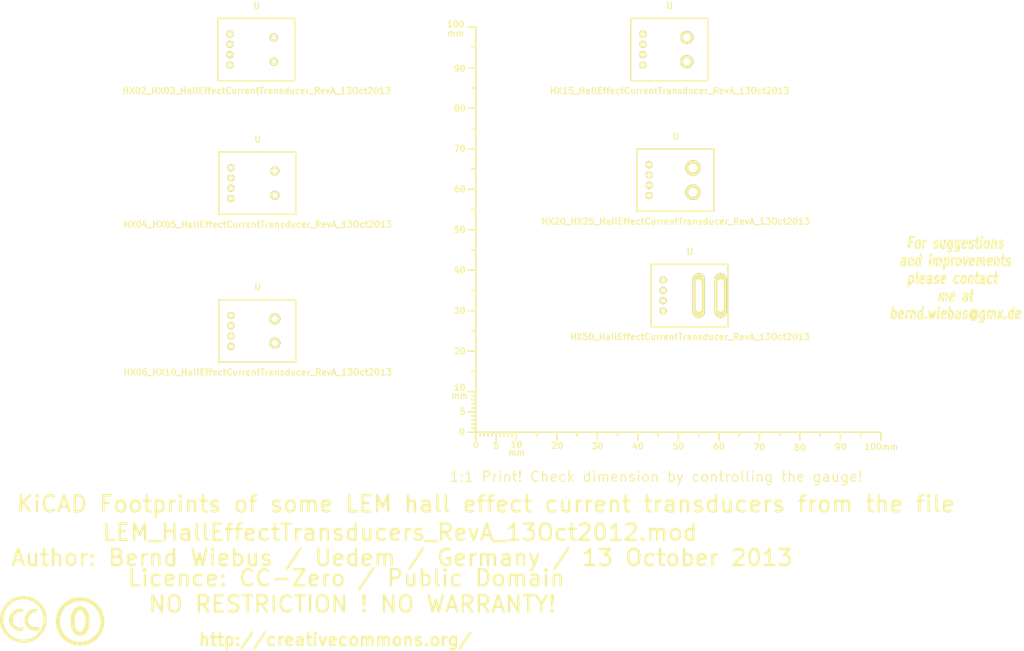
<source format=kicad_pcb>
(kicad_pcb (version 3) (host pcbnew "(2013-03-30 BZR 4007)-stable")

  (general
    (links 0)
    (no_connects 0)
    (area -16.90696 40.805099 267.77378 197.1694)
    (thickness 1.6002)
    (drawings 7)
    (tracks 0)
    (zones 0)
    (modules 9)
    (nets 1)
  )

  (page A4)
  (layers
    (15 Vorderseite signal)
    (0 Rückseite signal)
    (16 B.Adhes user)
    (17 F.Adhes user)
    (18 B.Paste user)
    (19 F.Paste user)
    (20 B.SilkS user)
    (21 F.SilkS user)
    (22 B.Mask user)
    (23 F.Mask user)
    (24 Dwgs.User user)
    (25 Cmts.User user)
    (26 Eco1.User user)
    (27 Eco2.User user)
    (28 Edge.Cuts user)
  )

  (setup
    (last_trace_width 0.2032)
    (trace_clearance 0.254)
    (zone_clearance 0.508)
    (zone_45_only no)
    (trace_min 0.2032)
    (segment_width 0.381)
    (edge_width 0.381)
    (via_size 0.889)
    (via_drill 0.635)
    (via_min_size 0.889)
    (via_min_drill 0.508)
    (uvia_size 0.508)
    (uvia_drill 0.127)
    (uvias_allowed no)
    (uvia_min_size 0.508)
    (uvia_min_drill 0.127)
    (pcb_text_width 0.3048)
    (pcb_text_size 1.524 2.032)
    (mod_edge_width 0.381)
    (mod_text_size 1.524 1.524)
    (mod_text_width 0.3048)
    (pad_size 3 11)
    (pad_drill 1.5)
    (pad_to_mask_clearance 0.254)
    (aux_axis_origin 0 0)
    (visible_elements 7FFFFFFF)
    (pcbplotparams
      (layerselection 3178497)
      (usegerberextensions true)
      (excludeedgelayer true)
      (linewidth 60)
      (plotframeref false)
      (viasonmask false)
      (mode 1)
      (useauxorigin false)
      (hpglpennumber 1)
      (hpglpenspeed 20)
      (hpglpendiameter 15)
      (hpglpenoverlay 0)
      (psnegative false)
      (psa4output false)
      (plotreference true)
      (plotvalue true)
      (plotothertext true)
      (plotinvisibletext false)
      (padsonsilk false)
      (subtractmaskfromsilk false)
      (outputformat 1)
      (mirror false)
      (drillshape 0)
      (scaleselection 1)
      (outputdirectory ""))
  )

  (net 0 "")

  (net_class Default "Dies ist die voreingestellte Netzklasse."
    (clearance 0.254)
    (trace_width 0.2032)
    (via_dia 0.889)
    (via_drill 0.635)
    (uvia_dia 0.508)
    (uvia_drill 0.127)
    (add_net "")
  )

  (module Gauge_100mm_Type2_SilkScreenTop_RevA_Date22Jun2010 (layer Vorderseite) (tedit 525A8D96) (tstamp 4D88F07A)
    (at 132.75056 141.2494)
    (descr "Gauge, Massstab, 100mm, SilkScreenTop, Type 2,")
    (tags "Gauge, Massstab, 100mm, SilkScreenTop, Type 2,")
    (path Gauge_100mm_Type2_SilkScreenTop_RevA_Date22Jun2010)
    (fp_text reference MSC (at 4.0005 8.99922) (layer F.SilkS) hide
      (effects (font (size 1.524 1.524) (thickness 0.3048)))
    )
    (fp_text value Gauge_100mm_Type2_SilkScreenTop_RevA_Date22Jun2010 (at 45.9994 8.99922) (layer F.SilkS) hide
      (effects (font (size 1.524 1.524) (thickness 0.3048)))
    )
    (fp_text user mm (at 9.99998 5.00126) (layer F.SilkS)
      (effects (font (size 1.524 1.524) (thickness 0.3048)))
    )
    (fp_text user mm (at -4.0005 -8.99922) (layer F.SilkS)
      (effects (font (size 1.524 1.524) (thickness 0.3048)))
    )
    (fp_text user mm (at -5.00126 -98.5012) (layer F.SilkS)
      (effects (font (size 1.524 1.524) (thickness 0.3048)))
    )
    (fp_text user 10 (at 10.00506 3.0988) (layer F.SilkS)
      (effects (font (size 1.50114 1.50114) (thickness 0.29972)))
    )
    (fp_text user 0 (at 0.00508 3.19786) (layer F.SilkS)
      (effects (font (size 1.39954 1.50114) (thickness 0.29972)))
    )
    (fp_text user 5 (at 5.0038 3.29946) (layer F.SilkS)
      (effects (font (size 1.50114 1.50114) (thickness 0.29972)))
    )
    (fp_text user 20 (at 20.1041 3.29946) (layer F.SilkS)
      (effects (font (size 1.50114 1.50114) (thickness 0.29972)))
    )
    (fp_text user 30 (at 30.00502 3.39852) (layer F.SilkS)
      (effects (font (size 1.50114 1.50114) (thickness 0.29972)))
    )
    (fp_text user 40 (at 40.005 3.50012) (layer F.SilkS)
      (effects (font (size 1.50114 1.50114) (thickness 0.29972)))
    )
    (fp_text user 50 (at 50.00498 3.50012) (layer F.SilkS)
      (effects (font (size 1.50114 1.50114) (thickness 0.29972)))
    )
    (fp_text user 60 (at 60.00496 3.50012) (layer F.SilkS)
      (effects (font (size 1.50114 1.50114) (thickness 0.29972)))
    )
    (fp_text user 70 (at 70.00494 3.70078) (layer F.SilkS)
      (effects (font (size 1.50114 1.50114) (thickness 0.29972)))
    )
    (fp_text user 80 (at 80.00492 3.79984) (layer F.SilkS)
      (effects (font (size 1.50114 1.50114) (thickness 0.29972)))
    )
    (fp_text user 90 (at 90.1065 3.60172) (layer F.SilkS)
      (effects (font (size 1.50114 1.50114) (thickness 0.29972)))
    )
    (fp_text user 100mm (at 100.10648 3.60172) (layer F.SilkS)
      (effects (font (size 1.50114 1.50114) (thickness 0.29972)))
    )
    (fp_line (start 0 -8.99922) (end -1.00076 -8.99922) (layer F.SilkS) (width 0.381))
    (fp_line (start 0 -8.001) (end -1.00076 -8.001) (layer F.SilkS) (width 0.381))
    (fp_line (start 0 -7.00024) (end -1.00076 -7.00024) (layer F.SilkS) (width 0.381))
    (fp_line (start 0 -5.99948) (end -1.00076 -5.99948) (layer F.SilkS) (width 0.381))
    (fp_line (start 0 -4.0005) (end -1.00076 -4.0005) (layer F.SilkS) (width 0.381))
    (fp_line (start 0 -2.99974) (end -1.00076 -2.99974) (layer F.SilkS) (width 0.381))
    (fp_line (start 0 -1.99898) (end -1.00076 -1.99898) (layer F.SilkS) (width 0.381))
    (fp_line (start 0 -1.00076) (end -1.00076 -1.00076) (layer F.SilkS) (width 0.381))
    (fp_line (start 0 0) (end -1.99898 0) (layer F.SilkS) (width 0.381))
    (fp_line (start 0 -5.00126) (end -1.99898 -5.00126) (layer F.SilkS) (width 0.381))
    (fp_line (start 0 -9.99998) (end -1.99898 -9.99998) (layer F.SilkS) (width 0.381))
    (fp_line (start 0 -15.00124) (end -1.00076 -15.00124) (layer F.SilkS) (width 0.381))
    (fp_line (start 0 -19.99996) (end -1.99898 -19.99996) (layer F.SilkS) (width 0.381))
    (fp_line (start 0 -25.00122) (end -1.00076 -25.00122) (layer F.SilkS) (width 0.381))
    (fp_line (start 0 -29.99994) (end -1.99898 -29.99994) (layer F.SilkS) (width 0.381))
    (fp_line (start 0 -35.0012) (end -1.00076 -35.0012) (layer F.SilkS) (width 0.381))
    (fp_line (start 0 -39.99992) (end -1.99898 -39.99992) (layer F.SilkS) (width 0.381))
    (fp_line (start 0 -45.00118) (end -1.00076 -45.00118) (layer F.SilkS) (width 0.381))
    (fp_line (start 0 -49.9999) (end -1.99898 -49.9999) (layer F.SilkS) (width 0.381))
    (fp_line (start 0 -55.00116) (end -1.00076 -55.00116) (layer F.SilkS) (width 0.381))
    (fp_line (start 0 -59.99988) (end -1.99898 -59.99988) (layer F.SilkS) (width 0.381))
    (fp_line (start 0 -65.00114) (end -1.00076 -65.00114) (layer F.SilkS) (width 0.381))
    (fp_line (start 0 -69.99986) (end -1.99898 -69.99986) (layer F.SilkS) (width 0.381))
    (fp_line (start 0 -75.00112) (end -1.00076 -75.00112) (layer F.SilkS) (width 0.381))
    (fp_line (start 0 -79.99984) (end -1.99898 -79.99984) (layer F.SilkS) (width 0.381))
    (fp_line (start 0 -85.0011) (end -1.00076 -85.0011) (layer F.SilkS) (width 0.381))
    (fp_line (start 0 -89.99982) (end -1.99898 -89.99982) (layer F.SilkS) (width 0.381))
    (fp_line (start 0 -95.00108) (end -1.00076 -95.00108) (layer F.SilkS) (width 0.381))
    (fp_line (start 0 0) (end 0 -99.9998) (layer F.SilkS) (width 0.381))
    (fp_line (start 0 -99.9998) (end -1.99898 -99.9998) (layer F.SilkS) (width 0.381))
    (fp_text user 100 (at -4.99872 -100.7491) (layer F.SilkS)
      (effects (font (size 1.50114 1.50114) (thickness 0.29972)))
    )
    (fp_text user 90 (at -4.0005 -89.7509) (layer F.SilkS)
      (effects (font (size 1.50114 1.50114) (thickness 0.29972)))
    )
    (fp_text user 80 (at -4.0005 -79.99984) (layer F.SilkS)
      (effects (font (size 1.50114 1.50114) (thickness 0.29972)))
    )
    (fp_text user 70 (at -4.0005 -69.99986) (layer F.SilkS)
      (effects (font (size 1.50114 1.50114) (thickness 0.29972)))
    )
    (fp_text user 60 (at -4.0005 -59.99988) (layer F.SilkS)
      (effects (font (size 1.50114 1.50114) (thickness 0.29972)))
    )
    (fp_text user 50 (at -4.0005 -49.9999) (layer F.SilkS)
      (effects (font (size 1.50114 1.50114) (thickness 0.34036)))
    )
    (fp_text user 40 (at -4.0005 -39.99992) (layer F.SilkS)
      (effects (font (size 1.50114 1.50114) (thickness 0.29972)))
    )
    (fp_text user 30 (at -4.0005 -29.99994) (layer F.SilkS)
      (effects (font (size 1.50114 1.50114) (thickness 0.29972)))
    )
    (fp_text user 20 (at -4.0005 -19.99996) (layer F.SilkS)
      (effects (font (size 1.50114 1.50114) (thickness 0.29972)))
    )
    (fp_line (start 95.00108 0) (end 95.00108 1.00076) (layer F.SilkS) (width 0.381))
    (fp_line (start 89.99982 0) (end 89.99982 1.99898) (layer F.SilkS) (width 0.381))
    (fp_line (start 85.0011 0) (end 85.0011 1.00076) (layer F.SilkS) (width 0.381))
    (fp_line (start 79.99984 0) (end 79.99984 1.99898) (layer F.SilkS) (width 0.381))
    (fp_line (start 75.00112 0) (end 75.00112 1.00076) (layer F.SilkS) (width 0.381))
    (fp_line (start 69.99986 0) (end 69.99986 1.99898) (layer F.SilkS) (width 0.381))
    (fp_line (start 65.00114 0) (end 65.00114 1.00076) (layer F.SilkS) (width 0.381))
    (fp_line (start 59.99988 0) (end 59.99988 1.99898) (layer F.SilkS) (width 0.381))
    (fp_line (start 55.00116 0) (end 55.00116 1.00076) (layer F.SilkS) (width 0.381))
    (fp_line (start 49.9999 0) (end 49.9999 1.99898) (layer F.SilkS) (width 0.381))
    (fp_line (start 45.00118 0) (end 45.00118 1.00076) (layer F.SilkS) (width 0.381))
    (fp_line (start 39.99992 0) (end 39.99992 1.99898) (layer F.SilkS) (width 0.381))
    (fp_line (start 35.0012 0) (end 35.0012 1.00076) (layer F.SilkS) (width 0.381))
    (fp_line (start 29.99994 0) (end 29.99994 1.99898) (layer F.SilkS) (width 0.381))
    (fp_line (start 25.00122 0) (end 25.00122 1.00076) (layer F.SilkS) (width 0.381))
    (fp_line (start 19.99996 0) (end 19.99996 1.99898) (layer F.SilkS) (width 0.381))
    (fp_line (start 15.00124 0) (end 15.00124 1.00076) (layer F.SilkS) (width 0.381))
    (fp_line (start 9.99998 0) (end 99.9998 0) (layer F.SilkS) (width 0.381))
    (fp_line (start 99.9998 0) (end 99.9998 1.99898) (layer F.SilkS) (width 0.381))
    (fp_text user 5 (at -3.302 -5.10286) (layer F.SilkS)
      (effects (font (size 1.50114 1.50114) (thickness 0.29972)))
    )
    (fp_text user 0 (at -3.4036 -0.10414) (layer F.SilkS)
      (effects (font (size 1.50114 1.50114) (thickness 0.29972)))
    )
    (fp_text user 10 (at -4.0005 -11.00074) (layer F.SilkS)
      (effects (font (size 1.50114 1.50114) (thickness 0.29972)))
    )
    (fp_line (start 8.99922 0) (end 8.99922 1.00076) (layer F.SilkS) (width 0.381))
    (fp_line (start 8.001 0) (end 8.001 1.00076) (layer F.SilkS) (width 0.381))
    (fp_line (start 7.00024 0) (end 7.00024 1.00076) (layer F.SilkS) (width 0.381))
    (fp_line (start 5.99948 0) (end 5.99948 1.00076) (layer F.SilkS) (width 0.381))
    (fp_line (start 4.0005 0) (end 4.0005 1.00076) (layer F.SilkS) (width 0.381))
    (fp_line (start 2.99974 0) (end 2.99974 1.00076) (layer F.SilkS) (width 0.381))
    (fp_line (start 1.99898 0) (end 1.99898 1.00076) (layer F.SilkS) (width 0.381))
    (fp_line (start 1.00076 0) (end 1.00076 1.00076) (layer F.SilkS) (width 0.381))
    (fp_line (start 5.00126 0) (end 5.00126 1.99898) (layer F.SilkS) (width 0.381))
    (fp_line (start 0 0) (end 0 1.99898) (layer F.SilkS) (width 0.381))
    (fp_line (start 0 0) (end 9.99998 0) (layer F.SilkS) (width 0.381))
    (fp_line (start 9.99998 0) (end 9.99998 1.99898) (layer F.SilkS) (width 0.381))
  )

  (module Symbol_CC-PublicDomain_SilkScreenTop_Big (layer Vorderseite) (tedit 515D641F) (tstamp 515F0B64)
    (at 35 188)
    (descr "Symbol, CC-PublicDomain, SilkScreen Top, Big,")
    (tags "Symbol, CC-PublicDomain, SilkScreen Top, Big,")
    (path Symbol_CC-Noncommercial_CopperTop_Big)
    (fp_text reference Sym (at 0.59944 -7.29996) (layer F.SilkS) hide
      (effects (font (size 1.524 1.524) (thickness 0.3048)))
    )
    (fp_text value Symbol_CC-PublicDomain_SilkScreenTop_Big (at 0.59944 8.001) (layer F.SilkS) hide
      (effects (font (size 1.524 1.524) (thickness 0.3048)))
    )
    (fp_circle (center 0 0) (end 5.8 -0.05) (layer F.SilkS) (width 0.381))
    (fp_circle (center 0 0) (end 5.5 0) (layer F.SilkS) (width 0.381))
    (fp_circle (center 0.05 0) (end 5.25 0) (layer F.SilkS) (width 0.381))
    (fp_line (start 1.1 -2.5) (end 1.4 -1.9) (layer F.SilkS) (width 0.381))
    (fp_line (start -1.8 1.2) (end -1.6 1.9) (layer F.SilkS) (width 0.381))
    (fp_line (start -1.6 1.9) (end -1.2 2.5) (layer F.SilkS) (width 0.381))
    (fp_line (start 0 -3) (end 0.75 -2.75) (layer F.SilkS) (width 0.381))
    (fp_line (start 0.75 -2.75) (end 1 -2.25) (layer F.SilkS) (width 0.381))
    (fp_line (start 1 -2.25) (end 1.5 -1) (layer F.SilkS) (width 0.381))
    (fp_line (start 1.5 -1) (end 1.5 -0.5) (layer F.SilkS) (width 0.381))
    (fp_line (start 1.5 -0.5) (end 1.5 0.5) (layer F.SilkS) (width 0.381))
    (fp_line (start 1.5 0.5) (end 1.25 1.5) (layer F.SilkS) (width 0.381))
    (fp_line (start 1.25 1.5) (end 0.75 2.5) (layer F.SilkS) (width 0.381))
    (fp_line (start 0.75 2.5) (end 0.25 2.75) (layer F.SilkS) (width 0.381))
    (fp_line (start 0.25 2.75) (end -0.25 2.75) (layer F.SilkS) (width 0.381))
    (fp_line (start -0.25 2.75) (end -0.75 2.5) (layer F.SilkS) (width 0.381))
    (fp_line (start -0.75 2.5) (end -1.25 1.75) (layer F.SilkS) (width 0.381))
    (fp_line (start -1.25 1.75) (end -1.5 0.75) (layer F.SilkS) (width 0.381))
    (fp_line (start -1.5 0.75) (end -1.5 -0.75) (layer F.SilkS) (width 0.381))
    (fp_line (start -1.5 -0.75) (end -1.25 -1.75) (layer F.SilkS) (width 0.381))
    (fp_line (start -1.25 -1.75) (end -1 -2.5) (layer F.SilkS) (width 0.381))
    (fp_line (start -1 -2.5) (end -0.3 -2.9) (layer F.SilkS) (width 0.381))
    (fp_line (start -0.3 -2.9) (end 0.2 -3) (layer F.SilkS) (width 0.381))
    (fp_line (start 0.2 -3) (end 0.8 -3) (layer F.SilkS) (width 0.381))
    (fp_line (start 0.8 -3) (end 1.4 -2.3) (layer F.SilkS) (width 0.381))
    (fp_line (start 1.4 -2.3) (end 1.6 -1.4) (layer F.SilkS) (width 0.381))
    (fp_line (start 1.6 -1.4) (end 1.7 -0.3) (layer F.SilkS) (width 0.381))
    (fp_line (start 1.7 -0.3) (end 1.7 0.9) (layer F.SilkS) (width 0.381))
    (fp_line (start 1.7 0.9) (end 1.4 1.8) (layer F.SilkS) (width 0.381))
    (fp_line (start 1.4 1.8) (end 1 2.7) (layer F.SilkS) (width 0.381))
    (fp_line (start 1 2.7) (end 0.5 3) (layer F.SilkS) (width 0.381))
    (fp_line (start 0.5 3) (end -0.4 3) (layer F.SilkS) (width 0.381))
    (fp_line (start -0.4 3) (end -1.3 2.3) (layer F.SilkS) (width 0.381))
    (fp_line (start -1.3 2.3) (end -1.7 1) (layer F.SilkS) (width 0.381))
    (fp_line (start -1.7 1) (end -1.8 -0.7) (layer F.SilkS) (width 0.381))
    (fp_line (start -1.8 -0.7) (end -1.4 -2.2) (layer F.SilkS) (width 0.381))
    (fp_line (start -1.4 -2.2) (end -1 -2.9) (layer F.SilkS) (width 0.381))
    (fp_line (start -1 -2.9) (end -0.2 -3.3) (layer F.SilkS) (width 0.381))
    (fp_line (start -0.2 -3.3) (end 0.7 -3.2) (layer F.SilkS) (width 0.381))
    (fp_line (start 0.7 -3.2) (end 1.3 -3.1) (layer F.SilkS) (width 0.381))
    (fp_line (start 1.3 -3.1) (end 1.7 -2.4) (layer F.SilkS) (width 0.381))
    (fp_line (start 1.7 -2.4) (end 2 -1.6) (layer F.SilkS) (width 0.381))
    (fp_line (start 2 -1.6) (end 2.1 -0.6) (layer F.SilkS) (width 0.381))
    (fp_line (start 2.1 -0.6) (end 2.1 0.3) (layer F.SilkS) (width 0.381))
    (fp_line (start 2.1 0.3) (end 2.1 1.3) (layer F.SilkS) (width 0.381))
    (fp_line (start 2.1 1.3) (end 1.9 1.8) (layer F.SilkS) (width 0.381))
    (fp_line (start 1.9 1.8) (end 1.5 2.6) (layer F.SilkS) (width 0.381))
    (fp_line (start 1.5 2.6) (end 1.1 3) (layer F.SilkS) (width 0.381))
    (fp_line (start 1.1 3) (end 0.4 3.3) (layer F.SilkS) (width 0.381))
    (fp_line (start 0.4 3.3) (end -0.1 3.4) (layer F.SilkS) (width 0.381))
    (fp_line (start -0.1 3.4) (end -0.8 3.2) (layer F.SilkS) (width 0.381))
    (fp_line (start -0.8 3.2) (end -1.5 2.6) (layer F.SilkS) (width 0.381))
    (fp_line (start -1.5 2.6) (end -1.9 1.7) (layer F.SilkS) (width 0.381))
    (fp_line (start -1.9 1.7) (end -2.1 0.4) (layer F.SilkS) (width 0.381))
    (fp_line (start -2.1 0.4) (end -2.1 -0.6) (layer F.SilkS) (width 0.381))
    (fp_line (start -2.1 -0.6) (end -2 -1.6) (layer F.SilkS) (width 0.381))
    (fp_line (start -2 -1.6) (end -1.7 -2.4) (layer F.SilkS) (width 0.381))
    (fp_line (start -1.7 -2.4) (end -1.2 -3.1) (layer F.SilkS) (width 0.381))
    (fp_line (start -1.2 -3.1) (end -0.4 -3.6) (layer F.SilkS) (width 0.381))
    (fp_line (start -0.4 -3.6) (end 0.4 -3.6) (layer F.SilkS) (width 0.381))
    (fp_line (start 0.4 -3.6) (end 1.1 -3.2) (layer F.SilkS) (width 0.381))
    (fp_line (start 1.1 -3.2) (end 1.1 -2.9) (layer F.SilkS) (width 0.381))
    (fp_line (start 1.1 -2.9) (end 1.8 -1.5) (layer F.SilkS) (width 0.381))
    (fp_line (start 1.8 -1.5) (end 1.8 -0.4) (layer F.SilkS) (width 0.381))
    (fp_line (start 1.8 -0.4) (end 1.8 1.1) (layer F.SilkS) (width 0.381))
    (fp_line (start 1.8 1.1) (end 1.2 2.6) (layer F.SilkS) (width 0.381))
    (fp_line (start 1.2 2.6) (end 0.2 3.2) (layer F.SilkS) (width 0.381))
    (fp_line (start 0.2 3.2) (end -0.5 3.2) (layer F.SilkS) (width 0.381))
    (fp_line (start -0.5 3.2) (end -1.1 2.7) (layer F.SilkS) (width 0.381))
    (fp_line (start -1.1 2.7) (end -1.9 0.6) (layer F.SilkS) (width 0.381))
    (fp_line (start -1.9 0.6) (end -1.7 -1.9) (layer F.SilkS) (width 0.381))
  )

  (module Symbol_CreativeCommons_SilkScreenTop_Type2_Big (layer Vorderseite) (tedit 515D640C) (tstamp 515F46B2)
    (at 21 187.5)
    (descr "Symbol, Creative Commons, SilkScreen Top, Type 2, Big,")
    (tags "Symbol, Creative Commons, SilkScreen Top, Type 2, Big,")
    (path Symbol_CreativeCommons_CopperTop_Type2_Big)
    (fp_text reference Sym (at 0.59944 -7.29996) (layer F.SilkS) hide
      (effects (font (size 1.524 1.524) (thickness 0.3048)))
    )
    (fp_text value Symbol_CreativeCommons_Typ2_SilkScreenTop_Big (at 0.59944 8.001) (layer F.SilkS) hide
      (effects (font (size 1.524 1.524) (thickness 0.3048)))
    )
    (fp_line (start -0.70104 2.70002) (end -0.29972 2.60096) (layer F.SilkS) (width 0.381))
    (fp_line (start -0.29972 2.60096) (end -0.20066 2.10058) (layer F.SilkS) (width 0.381))
    (fp_line (start -2.49936 -1.69926) (end -2.70002 -1.6002) (layer F.SilkS) (width 0.381))
    (fp_line (start -2.70002 -1.6002) (end -3.0988 -1.00076) (layer F.SilkS) (width 0.381))
    (fp_line (start -3.0988 -1.00076) (end -3.29946 -0.50038) (layer F.SilkS) (width 0.381))
    (fp_line (start -3.29946 -0.50038) (end -3.40106 0.39878) (layer F.SilkS) (width 0.381))
    (fp_line (start -3.40106 0.39878) (end -3.29946 0.89916) (layer F.SilkS) (width 0.381))
    (fp_line (start -0.19812 2.4003) (end -0.29718 2.59842) (layer F.SilkS) (width 0.381))
    (fp_line (start 3.70078 2.10058) (end 3.79984 2.4003) (layer F.SilkS) (width 0.381))
    (fp_line (start 2.99974 -2.4003) (end 3.29946 -2.30124) (layer F.SilkS) (width 0.381))
    (fp_line (start 3.29946 -2.30124) (end 3.0988 -1.99898) (layer F.SilkS) (width 0.381))
    (fp_line (start 0 -5.40004) (end -0.50038 -5.40004) (layer F.SilkS) (width 0.381))
    (fp_line (start -0.50038 -5.40004) (end -1.30048 -5.10032) (layer F.SilkS) (width 0.381))
    (fp_line (start -1.30048 -5.10032) (end -1.99898 -4.89966) (layer F.SilkS) (width 0.381))
    (fp_line (start -1.99898 -4.89966) (end -2.70002 -4.699) (layer F.SilkS) (width 0.381))
    (fp_line (start -2.70002 -4.699) (end -3.29946 -4.20116) (layer F.SilkS) (width 0.381))
    (fp_line (start -3.29946 -4.20116) (end -4.0005 -3.59918) (layer F.SilkS) (width 0.381))
    (fp_line (start -4.0005 -3.59918) (end -4.50088 -2.99974) (layer F.SilkS) (width 0.381))
    (fp_line (start -4.50088 -2.99974) (end -5.00126 -2.10058) (layer F.SilkS) (width 0.381))
    (fp_line (start -5.00126 -2.10058) (end -5.30098 -1.09982) (layer F.SilkS) (width 0.381))
    (fp_line (start -5.30098 -1.09982) (end -5.40004 0.09906) (layer F.SilkS) (width 0.381))
    (fp_line (start -5.40004 0.09906) (end -5.19938 1.30048) (layer F.SilkS) (width 0.381))
    (fp_line (start -5.19938 1.30048) (end -4.8006 2.4003) (layer F.SilkS) (width 0.381))
    (fp_line (start -4.8006 2.4003) (end -3.79984 3.8989) (layer F.SilkS) (width 0.381))
    (fp_line (start -3.79984 3.8989) (end -2.60096 4.8006) (layer F.SilkS) (width 0.381))
    (fp_line (start -2.60096 4.8006) (end -1.30048 5.30098) (layer F.SilkS) (width 0.381))
    (fp_line (start -1.30048 5.30098) (end 0.09906 5.30098) (layer F.SilkS) (width 0.381))
    (fp_line (start 0.09906 5.30098) (end 1.6002 5.19938) (layer F.SilkS) (width 0.381))
    (fp_line (start 1.6002 5.19938) (end 2.60096 4.699) (layer F.SilkS) (width 0.381))
    (fp_line (start 2.60096 4.699) (end 4.20116 3.40106) (layer F.SilkS) (width 0.381))
    (fp_line (start 4.20116 3.40106) (end 5.00126 1.80086) (layer F.SilkS) (width 0.381))
    (fp_line (start 5.00126 1.80086) (end 5.40004 0.29972) (layer F.SilkS) (width 0.381))
    (fp_line (start 5.40004 0.29972) (end 5.19938 -1.39954) (layer F.SilkS) (width 0.381))
    (fp_line (start 5.19938 -1.39954) (end 4.699 -2.49936) (layer F.SilkS) (width 0.381))
    (fp_line (start 4.699 -2.49936) (end 3.40106 -4.09956) (layer F.SilkS) (width 0.381))
    (fp_line (start 3.40106 -4.09956) (end 2.4003 -4.8006) (layer F.SilkS) (width 0.381))
    (fp_line (start 2.4003 -4.8006) (end 1.39954 -5.19938) (layer F.SilkS) (width 0.381))
    (fp_line (start 1.39954 -5.19938) (end 0 -5.30098) (layer F.SilkS) (width 0.381))
    (fp_line (start 0.60198 -0.70104) (end 0.50292 -0.20066) (layer F.SilkS) (width 0.381))
    (fp_line (start 0.50292 -0.20066) (end 0.50292 0.49784) (layer F.SilkS) (width 0.381))
    (fp_line (start 0.50292 0.49784) (end 0.60198 1.09982) (layer F.SilkS) (width 0.381))
    (fp_line (start 0.60198 1.09982) (end 1.00076 1.69926) (layer F.SilkS) (width 0.381))
    (fp_line (start 1.00076 1.69926) (end 1.50114 2.19964) (layer F.SilkS) (width 0.381))
    (fp_line (start 1.50114 2.19964) (end 2.10058 2.49936) (layer F.SilkS) (width 0.381))
    (fp_line (start 2.10058 2.49936) (end 2.60096 2.59842) (layer F.SilkS) (width 0.381))
    (fp_line (start 2.60096 2.59842) (end 3.00228 2.59842) (layer F.SilkS) (width 0.381))
    (fp_line (start 3.00228 2.59842) (end 3.40106 2.59842) (layer F.SilkS) (width 0.381))
    (fp_line (start 3.40106 2.59842) (end 3.80238 2.49936) (layer F.SilkS) (width 0.381))
    (fp_line (start 3.80238 2.49936) (end 3.70078 2.2987) (layer F.SilkS) (width 0.381))
    (fp_line (start 3.70078 2.2987) (end 2.80162 2.4003) (layer F.SilkS) (width 0.381))
    (fp_line (start 2.80162 2.4003) (end 1.80086 2.09804) (layer F.SilkS) (width 0.381))
    (fp_line (start 1.80086 2.09804) (end 1.20142 1.6002) (layer F.SilkS) (width 0.381))
    (fp_line (start 1.20142 1.6002) (end 0.80264 0.6985) (layer F.SilkS) (width 0.381))
    (fp_line (start 0.80264 0.6985) (end 0.70104 -0.29972) (layer F.SilkS) (width 0.381))
    (fp_line (start 0.70104 -0.29972) (end 1.00076 -1.00076) (layer F.SilkS) (width 0.381))
    (fp_line (start 1.00076 -1.00076) (end 1.60274 -1.7018) (layer F.SilkS) (width 0.381))
    (fp_line (start 1.60274 -1.7018) (end 2.30124 -2.10058) (layer F.SilkS) (width 0.381))
    (fp_line (start 2.30124 -2.10058) (end 3.00228 -2.10058) (layer F.SilkS) (width 0.381))
    (fp_line (start 3.00228 -2.10058) (end 3.10134 -1.89992) (layer F.SilkS) (width 0.381))
    (fp_line (start 3.10134 -1.89992) (end 2.5019 -1.89992) (layer F.SilkS) (width 0.381))
    (fp_line (start 2.5019 -1.89992) (end 1.80086 -1.6002) (layer F.SilkS) (width 0.381))
    (fp_line (start 1.80086 -1.6002) (end 1.30048 -1.00076) (layer F.SilkS) (width 0.381))
    (fp_line (start 1.30048 -1.00076) (end 1.00076 -0.40132) (layer F.SilkS) (width 0.381))
    (fp_line (start 1.00076 -0.40132) (end 1.00076 0.09906) (layer F.SilkS) (width 0.381))
    (fp_line (start 1.00076 0.09906) (end 1.00076 0.6985) (layer F.SilkS) (width 0.381))
    (fp_line (start 1.00076 0.6985) (end 1.30048 1.19888) (layer F.SilkS) (width 0.381))
    (fp_line (start 1.30048 1.19888) (end 1.7018 1.69926) (layer F.SilkS) (width 0.381))
    (fp_line (start 1.7018 1.69926) (end 2.30124 1.99898) (layer F.SilkS) (width 0.381))
    (fp_line (start 2.30124 1.99898) (end 2.90068 2.09804) (layer F.SilkS) (width 0.381))
    (fp_line (start 2.90068 2.09804) (end 3.40106 2.09804) (layer F.SilkS) (width 0.381))
    (fp_line (start 3.40106 2.09804) (end 3.70078 1.99898) (layer F.SilkS) (width 0.381))
    (fp_line (start 3.00228 -2.4003) (end 2.40284 -2.4003) (layer F.SilkS) (width 0.381))
    (fp_line (start 2.40284 -2.4003) (end 2.00152 -2.20218) (layer F.SilkS) (width 0.381))
    (fp_line (start 2.00152 -2.20218) (end 1.50114 -2.00152) (layer F.SilkS) (width 0.381))
    (fp_line (start 1.50114 -2.00152) (end 1.10236 -1.6002) (layer F.SilkS) (width 0.381))
    (fp_line (start 1.10236 -1.6002) (end 0.80264 -1.09982) (layer F.SilkS) (width 0.381))
    (fp_line (start 0.80264 -1.09982) (end 0.60198 -0.70104) (layer F.SilkS) (width 0.381))
    (fp_line (start -0.39878 -1.99898) (end -0.89916 -1.99898) (layer F.SilkS) (width 0.381))
    (fp_line (start -0.89916 -1.99898) (end -1.39954 -1.89738) (layer F.SilkS) (width 0.381))
    (fp_line (start -1.39954 -1.89738) (end -1.89992 -1.59766) (layer F.SilkS) (width 0.381))
    (fp_line (start -1.89992 -1.59766) (end -2.4003 -1.19888) (layer F.SilkS) (width 0.381))
    (fp_line (start -2.4003 -1.30048) (end -2.70002 -0.8001) (layer F.SilkS) (width 0.381))
    (fp_line (start -2.70002 -0.8001) (end -2.79908 -0.29972) (layer F.SilkS) (width 0.381))
    (fp_line (start -2.79908 -0.29972) (end -2.79908 0.20066) (layer F.SilkS) (width 0.381))
    (fp_line (start -2.79908 0.20066) (end -2.59842 1.00076) (layer F.SilkS) (width 0.381))
    (fp_line (start -2.69748 1.00076) (end -2.39776 1.39954) (layer F.SilkS) (width 0.381))
    (fp_line (start -2.29616 1.4986) (end -1.79578 1.89992) (layer F.SilkS) (width 0.381))
    (fp_line (start -1.79578 1.89992) (end -1.29794 2.09804) (layer F.SilkS) (width 0.381))
    (fp_line (start -1.29794 2.09804) (end -0.89662 2.19964) (layer F.SilkS) (width 0.381))
    (fp_line (start -0.89662 2.19964) (end -0.49784 2.19964) (layer F.SilkS) (width 0.381))
    (fp_line (start -0.49784 2.19964) (end -0.19812 2.09804) (layer F.SilkS) (width 0.381))
    (fp_line (start -0.19812 2.09804) (end -0.29718 2.4003) (layer F.SilkS) (width 0.381))
    (fp_line (start -0.29718 2.4003) (end -0.89662 2.49936) (layer F.SilkS) (width 0.381))
    (fp_line (start -0.89662 2.49936) (end -1.59766 2.2987) (layer F.SilkS) (width 0.381))
    (fp_line (start -1.59766 2.2987) (end -2.29616 1.79832) (layer F.SilkS) (width 0.381))
    (fp_line (start -2.29616 1.79832) (end -2.79654 1.29794) (layer F.SilkS) (width 0.381))
    (fp_line (start -2.79908 1.39954) (end -2.99974 0.70104) (layer F.SilkS) (width 0.381))
    (fp_line (start -2.99974 0.70104) (end -3.0988 0) (layer F.SilkS) (width 0.381))
    (fp_line (start -3.0988 0) (end -2.99974 -0.59944) (layer F.SilkS) (width 0.381))
    (fp_line (start -2.99974 -0.8001) (end -2.70002 -1.30048) (layer F.SilkS) (width 0.381))
    (fp_line (start -2.70002 -1.09982) (end -2.19964 -1.6002) (layer F.SilkS) (width 0.381))
    (fp_line (start -2.19964 -1.69926) (end -1.69926 -1.99898) (layer F.SilkS) (width 0.381))
    (fp_line (start -1.69926 -1.99898) (end -1.19888 -2.19964) (layer F.SilkS) (width 0.381))
    (fp_line (start -1.19888 -2.19964) (end -0.6985 -2.19964) (layer F.SilkS) (width 0.381))
    (fp_line (start -0.6985 -2.19964) (end -0.29972 -2.19964) (layer F.SilkS) (width 0.381))
    (fp_line (start -0.29972 -2.19964) (end -0.20066 -2.39776) (layer F.SilkS) (width 0.381))
    (fp_line (start -0.20066 -2.39776) (end -0.59944 -2.49936) (layer F.SilkS) (width 0.381))
    (fp_line (start -0.59944 -2.49936) (end -1.00076 -2.49936) (layer F.SilkS) (width 0.381))
    (fp_line (start -1.00076 -2.49936) (end -1.4986 -2.39776) (layer F.SilkS) (width 0.381))
    (fp_line (start -1.4986 -2.39776) (end -2.10058 -2.09804) (layer F.SilkS) (width 0.381))
    (fp_line (start -2.10058 -2.09804) (end -2.59842 -1.69926) (layer F.SilkS) (width 0.381))
    (fp_line (start -2.59842 -1.6002) (end -3.0988 -0.89916) (layer F.SilkS) (width 0.381))
    (fp_line (start -3.0988 -0.89916) (end -3.29946 -0.29972) (layer F.SilkS) (width 0.381))
    (fp_line (start -3.29946 -0.29972) (end -3.29946 0.40132) (layer F.SilkS) (width 0.381))
    (fp_line (start -3.29946 0.40132) (end -3.2004 1.00076) (layer F.SilkS) (width 0.381))
    (fp_line (start -3.29946 0.8001) (end -2.99974 1.39954) (layer F.SilkS) (width 0.381))
    (fp_line (start -2.89814 1.4986) (end -2.49682 1.99898) (layer F.SilkS) (width 0.381))
    (fp_line (start -2.49682 1.99898) (end -1.89738 2.4003) (layer F.SilkS) (width 0.381))
    (fp_line (start -1.89738 2.4003) (end -1.19634 2.59842) (layer F.SilkS) (width 0.381))
    (fp_line (start -1.19634 2.59842) (end -0.69596 2.70002) (layer F.SilkS) (width 0.381))
    (fp_line (start -2.9972 1.19888) (end -2.59842 1.19888) (layer F.SilkS) (width 0.381))
    (fp_circle (center 0 0) (end 5.08 1.016) (layer F.SilkS) (width 0.381))
    (fp_circle (center 0 0) (end 5.588 0) (layer F.SilkS) (width 0.381))
  )

  (module HX02_HX03_HallEffectCurrentTransducer_RevA_13Oct2013 (layer Vorderseite) (tedit 525AB0EF) (tstamp 525AB157)
    (at 78.5 46.75)
    (fp_text reference U (at 0.1 -10.8) (layer F.SilkS)
      (effects (font (size 1.524 1.524) (thickness 0.3048)))
    )
    (fp_text value HX02_HX03_HallEffectCurrentTransducer_RevA_13Oct2013 (at 0.1 10.2) (layer F.SilkS)
      (effects (font (size 1.524 1.524) (thickness 0.3048)))
    )
    (fp_line (start -9.5 7.7) (end 9.5 7.7) (layer F.SilkS) (width 0.381))
    (fp_line (start 9.5 7.7) (end 9.5 -7.7) (layer F.SilkS) (width 0.381))
    (fp_line (start 9.5 -7.7) (end -9.5 -7.7) (layer F.SilkS) (width 0.381))
    (fp_line (start -9.5 -7.7) (end -9.5 7.7) (layer F.SilkS) (width 0.381))
    (pad 5 thru_hole circle (at 4.35 -3) (size 2 2) (drill 1)
      (layers *.Cu *.Mask F.SilkS)
    )
    (pad 6 thru_hole circle (at 4.35 3) (size 2 2) (drill 1)
      (layers *.Cu *.Mask F.SilkS)
    )
    (pad 3 thru_hole circle (at -6.5 1.27) (size 1.75 1.75) (drill 0.8128)
      (layers *.Cu *.Mask F.SilkS)
    )
    (pad 2 thru_hole circle (at -6.5 -1.27) (size 1.75 1.75) (drill 0.8128)
      (layers *.Cu *.Mask F.SilkS)
    )
    (pad 1 thru_hole circle (at -6.5 -3.81) (size 1.75 1.75) (drill 0.8128)
      (layers *.Cu *.Mask F.SilkS)
    )
    (pad 4 thru_hole circle (at -6.5 3.81) (size 1.75 1.75) (drill 0.8128)
      (layers *.Cu *.Mask F.SilkS)
    )
    (model LEM_HallEffectTransducers_RevA_13Oct2012/HX02_HX03_LEM-HallEffectTransducer_Faktor03937_RevA_13Oct2013.wrl
      (at (xyz 0 0 0))
      (scale (xyz 0.3937 0.3937 0.3937))
      (rotate (xyz 0 0 0))
    )
  )

  (module HX04_HX05_HallEffectCurrentTransducer_RevA_13Oct2013 (layer Vorderseite) (tedit 525AB117) (tstamp 525AB26B)
    (at 78.75 79.75)
    (fp_text reference U (at 0.1 -10.8) (layer F.SilkS)
      (effects (font (size 1.524 1.524) (thickness 0.3048)))
    )
    (fp_text value HX04_HX05_HallEffectCurrentTransducer_RevA_13Oct2013 (at 0.1 10.2) (layer F.SilkS)
      (effects (font (size 1.524 1.524) (thickness 0.3048)))
    )
    (fp_line (start -9.5 7.7) (end 9.5 7.7) (layer F.SilkS) (width 0.381))
    (fp_line (start 9.5 7.7) (end 9.5 -7.7) (layer F.SilkS) (width 0.381))
    (fp_line (start 9.5 -7.7) (end -9.5 -7.7) (layer F.SilkS) (width 0.381))
    (fp_line (start -9.5 -7.7) (end -9.5 7.7) (layer F.SilkS) (width 0.381))
    (pad 5 thru_hole circle (at 4.35 -3) (size 2.2 2.2) (drill 1.2)
      (layers *.Cu *.Mask F.SilkS)
    )
    (pad 6 thru_hole circle (at 4.35 3) (size 2.2 2.2) (drill 1.2)
      (layers *.Cu *.Mask F.SilkS)
    )
    (pad 3 thru_hole circle (at -6.5 1.27) (size 1.75 1.75) (drill 0.8128)
      (layers *.Cu *.Mask F.SilkS)
    )
    (pad 2 thru_hole circle (at -6.5 -1.27) (size 1.75 1.75) (drill 0.8128)
      (layers *.Cu *.Mask F.SilkS)
    )
    (pad 1 thru_hole circle (at -6.5 -3.81) (size 1.75 1.75) (drill 0.8128)
      (layers *.Cu *.Mask F.SilkS)
    )
    (pad 4 thru_hole circle (at -6.5 3.81) (size 1.75 1.75) (drill 0.8128)
      (layers *.Cu *.Mask F.SilkS)
    )
    (model LEM_HallEffectTransducers_RevA_13Oct2012/HX04_HX05_LEM-HallEffectTransducer_Faktor03937_RevA_13Oct2013.wrl
      (at (xyz 0 0 0))
      (scale (xyz 0.3937 0.3937 0.3937))
      (rotate (xyz 0 0 0))
    )
  )

  (module HX06_HX10_HallEffectCurrentTransducer_RevA_13Oct2013 (layer Vorderseite) (tedit 525AB12F) (tstamp 525AB30A)
    (at 78.75 116.25)
    (fp_text reference U (at 0.1 -10.8) (layer F.SilkS)
      (effects (font (size 1.524 1.524) (thickness 0.3048)))
    )
    (fp_text value HX06_HX10_HallEffectCurrentTransducer_RevA_13Oct2013 (at 0.1 10.2) (layer F.SilkS)
      (effects (font (size 1.524 1.524) (thickness 0.3048)))
    )
    (fp_line (start -9.5 7.7) (end 9.5 7.7) (layer F.SilkS) (width 0.381))
    (fp_line (start 9.5 7.7) (end 9.5 -7.7) (layer F.SilkS) (width 0.381))
    (fp_line (start 9.5 -7.7) (end -9.5 -7.7) (layer F.SilkS) (width 0.381))
    (fp_line (start -9.5 -7.7) (end -9.5 7.7) (layer F.SilkS) (width 0.381))
    (pad 5 thru_hole circle (at 4.35 -3) (size 2.7 2.7) (drill 1.5)
      (layers *.Cu *.Mask F.SilkS)
    )
    (pad 6 thru_hole circle (at 4.35 3) (size 2.7 2.7) (drill 1.5)
      (layers *.Cu *.Mask F.SilkS)
    )
    (pad 3 thru_hole circle (at -6.5 1.27) (size 1.75 1.75) (drill 0.8128)
      (layers *.Cu *.Mask F.SilkS)
    )
    (pad 2 thru_hole circle (at -6.5 -1.27) (size 1.75 1.75) (drill 0.8128)
      (layers *.Cu *.Mask F.SilkS)
    )
    (pad 1 thru_hole circle (at -6.5 -3.81) (size 1.75 1.75) (drill 0.8128)
      (layers *.Cu *.Mask F.SilkS)
    )
    (pad 4 thru_hole circle (at -6.5 3.81) (size 1.75 1.75) (drill 0.8128)
      (layers *.Cu *.Mask F.SilkS)
    )
    (model LEM_HallEffectTransducers_RevA_13Oct2012/HX06_HX10_LEM-HallEffectTransducer_Faktor03937_RevA_13Oct2013.wrl
      (at (xyz 0 0 0))
      (scale (xyz 0.3937 0.3937 0.3937))
      (rotate (xyz 0 0 0))
    )
  )

  (module HX15_HallEffectCurrentTransducer_RevA_13Oct2013 (layer Vorderseite) (tedit 525AB173) (tstamp 525AB3A8)
    (at 180.5 46.75)
    (fp_text reference U (at 0.1 -10.8) (layer F.SilkS)
      (effects (font (size 1.524 1.524) (thickness 0.3048)))
    )
    (fp_text value HX15_HallEffectCurrentTransducer_RevA_13Oct2013 (at 0.1 10.2) (layer F.SilkS)
      (effects (font (size 1.524 1.524) (thickness 0.3048)))
    )
    (fp_line (start -9.5 7.7) (end 9.5 7.7) (layer F.SilkS) (width 0.381))
    (fp_line (start 9.5 7.7) (end 9.5 -7.7) (layer F.SilkS) (width 0.381))
    (fp_line (start 9.5 -7.7) (end -9.5 -7.7) (layer F.SilkS) (width 0.381))
    (fp_line (start -9.5 -7.7) (end -9.5 7.7) (layer F.SilkS) (width 0.381))
    (pad 5 thru_hole circle (at 4.35 -3) (size 3.2 3.2) (drill 1.9)
      (layers *.Cu *.Mask F.SilkS)
    )
    (pad 6 thru_hole circle (at 4.35 3) (size 3.2 3.2) (drill 1.9)
      (layers *.Cu *.Mask F.SilkS)
    )
    (pad 3 thru_hole circle (at -6.5 1.27) (size 1.75 1.75) (drill 0.8128)
      (layers *.Cu *.Mask F.SilkS)
    )
    (pad 2 thru_hole circle (at -6.5 -1.27) (size 1.75 1.75) (drill 0.8128)
      (layers *.Cu *.Mask F.SilkS)
    )
    (pad 1 thru_hole circle (at -6.5 -3.81) (size 1.75 1.75) (drill 0.8128)
      (layers *.Cu *.Mask F.SilkS)
    )
    (pad 4 thru_hole circle (at -6.5 3.81) (size 1.75 1.75) (drill 0.8128)
      (layers *.Cu *.Mask F.SilkS)
    )
    (model LEM_HallEffectTransducers_RevA_13Oct2012/HX15_LEM-HallEffectTransducer_Faktor03937_RevA_13Oct2013.wrl
      (at (xyz 0 0 0))
      (scale (xyz 0.3937 0.3937 0.3937))
      (rotate (xyz 0 0 0))
    )
  )

  (module HX20_HX25_HallEffectCurrentTransducer_RevA_13Oct2013 (layer Vorderseite) (tedit 525AB17E) (tstamp 525AB42B)
    (at 182 79)
    (fp_text reference U (at 0.1 -10.8) (layer F.SilkS)
      (effects (font (size 1.524 1.524) (thickness 0.3048)))
    )
    (fp_text value HX20_HX25_HallEffectCurrentTransducer_RevA_13Oct2013 (at 0.1 10.2) (layer F.SilkS)
      (effects (font (size 1.524 1.524) (thickness 0.3048)))
    )
    (fp_line (start -9.5 7.7) (end 9.5 7.7) (layer F.SilkS) (width 0.381))
    (fp_line (start 9.5 7.7) (end 9.5 -7.7) (layer F.SilkS) (width 0.381))
    (fp_line (start 9.5 -7.7) (end -9.5 -7.7) (layer F.SilkS) (width 0.381))
    (fp_line (start -9.5 -7.7) (end -9.5 7.7) (layer F.SilkS) (width 0.381))
    (pad 5 thru_hole circle (at 4.35 -3) (size 3.8 3.8) (drill 2.2)
      (layers *.Cu *.Mask F.SilkS)
    )
    (pad 6 thru_hole circle (at 4.35 3) (size 3.8 3.8) (drill 2.2)
      (layers *.Cu *.Mask F.SilkS)
    )
    (pad 3 thru_hole circle (at -6.5 1.27) (size 1.75 1.75) (drill 0.8128)
      (layers *.Cu *.Mask F.SilkS)
    )
    (pad 2 thru_hole circle (at -6.5 -1.27) (size 1.75 1.75) (drill 0.8128)
      (layers *.Cu *.Mask F.SilkS)
    )
    (pad 1 thru_hole circle (at -6.5 -3.81) (size 1.75 1.75) (drill 0.8128)
      (layers *.Cu *.Mask F.SilkS)
    )
    (pad 4 thru_hole circle (at -6.5 3.81) (size 1.75 1.75) (drill 0.8128)
      (layers *.Cu *.Mask F.SilkS)
    )
    (model LEM_HallEffectTransducers_RevA_13Oct2012/HX20_HX25_LEM-HallEffectTransducer_Faktor03937_RevA_13Oct2013.wrl
      (at (xyz 0 0 0))
      (scale (xyz 0.3937 0.3937 0.3937))
      (rotate (xyz 0 0 0))
    )
  )

  (module HX50_HallEffectCurrentTransducer_RevA_13Oct2013 (layer Vorderseite) (tedit 525AB19D) (tstamp 525AB4AE)
    (at 185.5 107.5)
    (fp_text reference U (at 0.1 -10.8) (layer F.SilkS)
      (effects (font (size 1.524 1.524) (thickness 0.3048)))
    )
    (fp_text value HX50_HallEffectCurrentTransducer_RevA_13Oct2013 (at 0.1 10.2) (layer F.SilkS)
      (effects (font (size 1.524 1.524) (thickness 0.3048)))
    )
    (fp_line (start -9.5 7.7) (end 9.5 7.7) (layer F.SilkS) (width 0.381))
    (fp_line (start 9.5 7.7) (end 9.5 -7.7) (layer F.SilkS) (width 0.381))
    (fp_line (start 9.5 -7.7) (end -9.5 -7.7) (layer F.SilkS) (width 0.381))
    (fp_line (start -9.5 -7.7) (end -9.5 7.7) (layer F.SilkS) (width 0.381))
    (pad 5 thru_hole oval (at 7.7 0) (size 3 11) (drill oval 1.5 8)
      (layers *.Cu *.Mask F.SilkS)
    )
    (pad 6 thru_hole oval (at 2.3 0) (size 3 11) (drill oval 1.5 8)
      (layers *.Cu *.Mask F.SilkS)
    )
    (pad 3 thru_hole circle (at -6.5 1.27) (size 1.75 1.75) (drill 0.8128)
      (layers *.Cu *.Mask F.SilkS)
    )
    (pad 2 thru_hole circle (at -6.5 -1.27) (size 1.75 1.75) (drill 0.8128)
      (layers *.Cu *.Mask F.SilkS)
    )
    (pad 1 thru_hole circle (at -6.5 -3.81) (size 1.75 1.75) (drill 0.8128)
      (layers *.Cu *.Mask F.SilkS)
    )
    (pad 4 thru_hole circle (at -6.5 3.81) (size 1.75 1.75) (drill 0.8128)
      (layers *.Cu *.Mask F.SilkS)
    )
    (model LEM_HallEffectTransducers_RevA_13Oct2012/HX50_LEM-HallEffectTransducer_Faktor03937_RevA_13Oct2013.wrl
      (at (xyz 0 0 0))
      (scale (xyz 0.3937 0.3937 0.3937))
      (rotate (xyz 0 0 0))
    )
  )

  (gr_text http://creativecommons.org/ (at 98 192.5) (layer F.SilkS)
    (effects (font (size 3 3) (thickness 0.6)))
  )
  (gr_text "For suggestions\nand improvements\nplease contact \nme at\nbernd.wiebus@gmx.de" (at 251.16884 103.2191) (layer F.SilkS)
    (effects (font (size 2.70002 1.99898) (thickness 0.50038) italic))
  )
  (gr_text "1:1 Print! Check dimension by controlling the gauge!" (at 177.24882 152.25014) (layer F.SilkS)
    (effects (font (size 2.49936 2.49936) (thickness 0.29972)))
  )
  (gr_text "Licence: CC-Zero / Public Domain \nNO RESTRICTION ! NO WARRANTY!" (at 102.2501 180.50064) (layer F.SilkS)
    (effects (font (size 4.0005 4.0005) (thickness 0.59944)))
  )
  (gr_text "Author: Bernd Wiebus / Uedem / Germany / 13 October 2013" (at 114.50012 172.24958) (layer F.SilkS)
    (effects (font (size 4.0005 4.0005) (thickness 0.59944)))
  )
  (gr_text LEM_HallEffectTransducers_RevA_13Oct2012.mod (at 114.00028 165.9989) (layer F.SilkS)
    (effects (font (size 4.0005 4.0005) (thickness 0.59944)))
  )
  (gr_text "KiCAD Footprints of some LEM hall effect current transducers from the file " (at 136.75 159) (layer F.SilkS)
    (effects (font (size 4.0005 4.0005) (thickness 0.59944)))
  )

)

</source>
